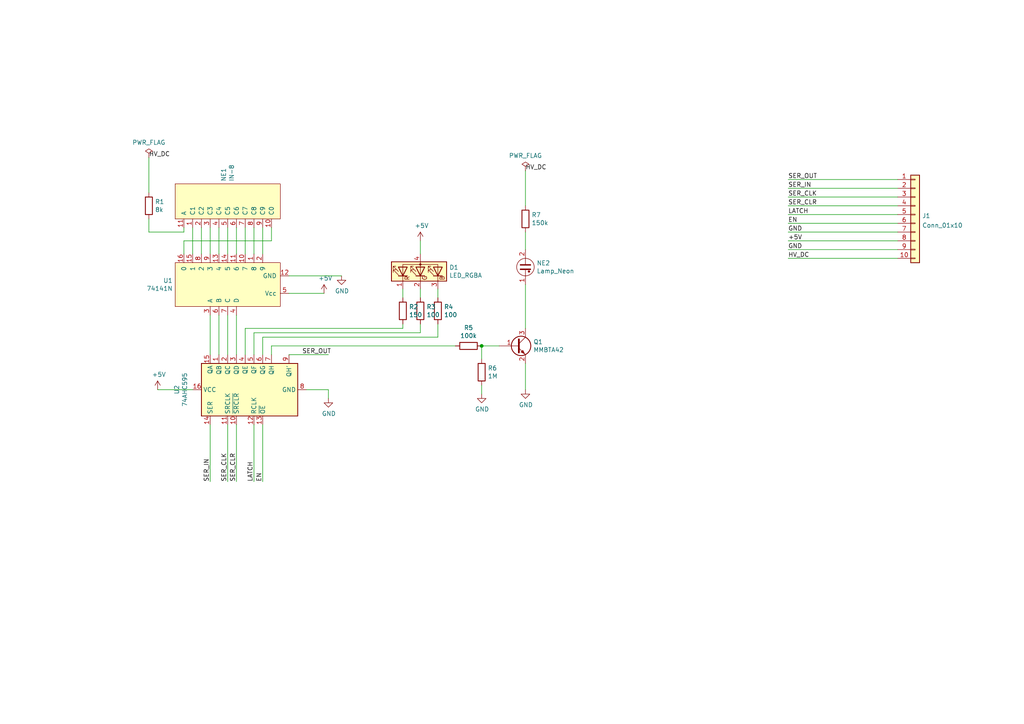
<source format=kicad_sch>
(kicad_sch (version 20211123) (generator eeschema)
  (paper "A4")
  (lib_symbols
    (symbol "74xx:74AHC595"
      (property "Reference" "U" (at -7.62 13.97 0))
      (property "Value" "74AHC595" (at -7.62 -16.51 0))
      (symbol "74AHC595_1_0"
        (pin tri_state line (at 10.16 7.62 180) (length 2.54) (name "QB") (number "1"))
        (pin input line (at -10.16 2.54 0) (length 2.54) (name "~{SRCLR}") (number "10"))
        (pin input line (at -10.16 5.08 0) (length 2.54) (name "SRCLK") (number "11"))
        (pin input line (at -10.16 -2.54 0) (length 2.54) (name "RCLK") (number "12"))
        (pin input line (at -10.16 -5.08 0) (length 2.54) (name "~{OE}") (number "13"))
        (pin input line (at -10.16 10.16 0) (length 2.54) (name "SER") (number "14"))
        (pin tri_state line (at 10.16 10.16 180) (length 2.54) (name "QA") (number "15"))
        (pin power_in line (at 0 15.24 270) (length 2.54) (name "VCC") (number "16"))
        (pin tri_state line (at 10.16 5.08 180) (length 2.54) (name "QC") (number "2"))
        (pin tri_state line (at 10.16 2.54 180) (length 2.54) (name "QD") (number "3"))
        (pin tri_state line (at 10.16 0 180) (length 2.54) (name "QE") (number "4"))
        (pin tri_state line (at 10.16 -2.54 180) (length 2.54) (name "QF") (number "5"))
        (pin tri_state line (at 10.16 -5.08 180) (length 2.54) (name "QG") (number "6"))
        (pin tri_state line (at 10.16 -7.62 180) (length 2.54) (name "QH") (number "7"))
        (pin power_in line (at 0 -17.78 90) (length 2.54) (name "GND") (number "8"))
        (pin output line (at 10.16 -12.7 180) (length 2.54) (name "QH'") (number "9"))
      )
      (symbol "74AHC595_1_1"
        (rectangle (start -7.62 12.7) (end 7.62 -15.24) (stroke (width 0.254)) (fill (type background)))
      )
    )
    (symbol "Connector_Generic:Conn_01x10" (pin_names (offset 1.016) hide)
      (property "Reference" "J" (at 0 12.7 0))
      (property "Value" "Conn_01x10" (at 0 -15.24 0))
      (symbol "Conn_01x10_1_1"
        (rectangle (start -1.27 -12.573) (end 0 -12.827) (stroke (width 0.1524)))
        (rectangle (start -1.27 -10.033) (end 0 -10.287) (stroke (width 0.1524)))
        (rectangle (start -1.27 -7.493) (end 0 -7.747) (stroke (width 0.1524)))
        (rectangle (start -1.27 -4.953) (end 0 -5.207) (stroke (width 0.1524)))
        (rectangle (start -1.27 -2.413) (end 0 -2.667) (stroke (width 0.1524)))
        (rectangle (start -1.27 0.127) (end 0 -0.127) (stroke (width 0.1524)))
        (rectangle (start -1.27 2.667) (end 0 2.413) (stroke (width 0.1524)))
        (rectangle (start -1.27 5.207) (end 0 4.953) (stroke (width 0.1524)))
        (rectangle (start -1.27 7.747) (end 0 7.493) (stroke (width 0.1524)))
        (rectangle (start -1.27 10.287) (end 0 10.033) (stroke (width 0.1524)))
        (rectangle (start -1.27 11.43) (end 1.27 -13.97) (stroke (width 0.254)) (fill (type background)))
        (pin passive line (at -5.08 10.16 0) (length 3.81) (name "Pin_1") (number "1"))
        (pin passive line (at -5.08 -12.7 0) (length 3.81) (name "Pin_10") (number "10"))
        (pin passive line (at -5.08 7.62 0) (length 3.81) (name "Pin_2") (number "2"))
        (pin passive line (at -5.08 5.08 0) (length 3.81) (name "Pin_3") (number "3"))
        (pin passive line (at -5.08 2.54 0) (length 3.81) (name "Pin_4") (number "4"))
        (pin passive line (at -5.08 0 0) (length 3.81) (name "Pin_5") (number "5"))
        (pin passive line (at -5.08 -2.54 0) (length 3.81) (name "Pin_6") (number "6"))
        (pin passive line (at -5.08 -5.08 0) (length 3.81) (name "Pin_7") (number "7"))
        (pin passive line (at -5.08 -7.62 0) (length 3.81) (name "Pin_8") (number "8"))
        (pin passive line (at -5.08 -10.16 0) (length 3.81) (name "Pin_9") (number "9"))
      )
    )
    (symbol "Device:LED_RGBA" (pin_names (offset 0) hide)
      (property "Reference" "D" (at 0 9.398 0))
      (property "Value" "LED_RGBA" (at 0 -8.89 0))
      (symbol "LED_RGBA_0_0"
        (text "B" (at -1.905 -6.35 0) (effects (font (size 1.27 1.27))))
        (text "G" (at -1.905 -1.27 0) (effects (font (size 1.27 1.27))))
        (text "R" (at -1.905 3.81 0) (effects (font (size 1.27 1.27))))
      )
      (symbol "LED_RGBA_0_1"
        (polyline (pts (xy -1.27 -5.08) (xy -2.54 -5.08)))
        (polyline (pts (xy -1.27 -5.08) (xy 1.27 -5.08)))
        (polyline (pts (xy -1.27 -3.81) (xy -1.27 -6.35)) (stroke (width 0.254)))
        (polyline (pts (xy -1.27 0) (xy -2.54 0)))
        (polyline (pts (xy -1.27 1.27) (xy -1.27 -1.27)) (stroke (width 0.254)))
        (polyline (pts (xy -1.27 5.08) (xy -2.54 5.08)))
        (polyline (pts (xy -1.27 5.08) (xy 1.27 5.08)))
        (polyline (pts (xy -1.27 6.35) (xy -1.27 3.81)) (stroke (width 0.254)))
        (polyline (pts (xy 1.27 0) (xy -1.27 0)))
        (polyline (pts (xy 1.27 0) (xy 2.54 0)))
        (polyline (pts (xy -1.27 1.27) (xy -1.27 -1.27) (xy -1.27 -1.27)))
        (polyline (pts (xy -1.27 6.35) (xy -1.27 3.81) (xy -1.27 3.81)))
        (polyline (pts (xy 1.27 -5.08) (xy 2.032 -5.08) (xy 2.032 5.08) (xy 1.27 5.08)))
        (polyline (pts (xy 1.27 -3.81) (xy 1.27 -6.35) (xy -1.27 -5.08) (xy 1.27 -3.81)) (stroke (width 0.254)))
        (polyline (pts (xy 1.27 1.27) (xy 1.27 -1.27) (xy -1.27 0) (xy 1.27 1.27)) (stroke (width 0.254)))
        (polyline (pts (xy 1.27 6.35) (xy 1.27 3.81) (xy -1.27 5.08) (xy 1.27 6.35)) (stroke (width 0.254)))
        (polyline (pts (xy -1.016 -3.81) (xy 0.508 -2.286) (xy -0.254 -2.286) (xy 0.508 -2.286) (xy 0.508 -3.048)))
        (polyline (pts (xy -1.016 1.27) (xy 0.508 2.794) (xy -0.254 2.794) (xy 0.508 2.794) (xy 0.508 2.032)))
        (polyline (pts (xy -1.016 6.35) (xy 0.508 7.874) (xy -0.254 7.874) (xy 0.508 7.874) (xy 0.508 7.112)))
        (polyline (pts (xy 0 -3.81) (xy 1.524 -2.286) (xy 0.762 -2.286) (xy 1.524 -2.286) (xy 1.524 -3.048)))
        (polyline (pts (xy 0 1.27) (xy 1.524 2.794) (xy 0.762 2.794) (xy 1.524 2.794) (xy 1.524 2.032)))
        (polyline (pts (xy 0 6.35) (xy 1.524 7.874) (xy 0.762 7.874) (xy 1.524 7.874) (xy 1.524 7.112)))
        (rectangle (start 1.27 -1.27) (end 1.27 1.27))
        (rectangle (start 1.27 1.27) (end 1.27 1.27))
        (rectangle (start 1.27 3.81) (end 1.27 6.35))
        (rectangle (start 1.27 6.35) (end 1.27 6.35))
        (circle (center 2.032 0) (radius 0.254) (fill (type outline)))
        (rectangle (start 2.794 8.382) (end -2.794 -7.62) (stroke (width 0.254)) (fill (type background)))
      )
      (symbol "LED_RGBA_1_1"
        (pin passive line (at -5.08 5.08 0) (length 2.54) (name "RK") (number "1"))
        (pin passive line (at -5.08 0 0) (length 2.54) (name "GK") (number "2"))
        (pin passive line (at -5.08 -5.08 0) (length 2.54) (name "BK") (number "3"))
        (pin passive line (at 5.08 0 180) (length 2.54) (name "A") (number "4"))
      )
    )
    (symbol "Device:Lamp_Neon" (pin_names (offset 0.0254) hide)
      (property "Reference" "NE" (at 0.635 3.81 0))
      (property "Value" "Lamp_Neon" (at 0.635 -3.81 0))
      (symbol "Lamp_Neon_0_1"
        (rectangle (start -1.524 -0.508) (end 1.524 -0.762) (fill (type outline)))
        (rectangle (start -1.524 0.762) (end 1.524 0.508) (fill (type outline)))
        (polyline (pts (xy 0 -2.54) (xy 0 -0.762)))
        (polyline (pts (xy 0 0.762) (xy 0 2.54)))
        (circle (center 0 0) (radius 2.54))
        (circle (center 1.016 -1.27) (radius 0.254) (fill (type outline)))
      )
      (symbol "Lamp_Neon_1_1"
        (pin passive line (at 0 -5.08 90) (length 2.54) (name "~") (number "1"))
        (pin passive line (at 0 5.08 270) (length 2.54) (name "~") (number "2"))
      )
    )
    (symbol "Device:Q_NPN_BEC" (pin_names (offset 0) hide)
      (property "Reference" "Q" (at 5.08 1.27 0))
      (property "Value" "Q_NPN_BEC" (at 5.08 -1.27 0))
      (symbol "Q_NPN_BEC_0_1"
        (polyline (pts (xy 0.635 0.635) (xy 2.54 2.54)))
        (polyline (pts (xy 0.635 -0.635) (xy 2.54 -2.54) (xy 2.54 -2.54)))
        (polyline (pts (xy 0.635 1.905) (xy 0.635 -1.905) (xy 0.635 -1.905)) (stroke (width 0.508)))
        (polyline (pts (xy 1.27 -1.778) (xy 1.778 -1.27) (xy 2.286 -2.286) (xy 1.27 -1.778) (xy 1.27 -1.778)) (fill (type outline)))
        (circle (center 1.27 0) (radius 2.8194) (stroke (width 0.254)))
      )
      (symbol "Q_NPN_BEC_1_1"
        (pin input line (at -5.08 0 0) (length 5.715) (name "B") (number "1"))
        (pin passive line (at 2.54 -5.08 90) (length 2.54) (name "E") (number "2"))
        (pin passive line (at 2.54 5.08 270) (length 2.54) (name "C") (number "3"))
      )
    )
    (symbol "Device:R" (pin_numbers hide) (pin_names (offset 0))
      (property "Reference" "R" (at 2.032 0 90))
      (property "Value" "R" (at 0 0 90))
      (symbol "R_0_1"
        (rectangle (start -1.016 -2.54) (end 1.016 2.54) (stroke (width 0.254)))
      )
      (symbol "R_1_1"
        (pin passive line (at 0 3.81 270) (length 1.27) (name "~") (number "1"))
        (pin passive line (at 0 -3.81 90) (length 1.27) (name "~") (number "2"))
      )
    )
    (symbol "NixieClock:74141N" (pin_names (offset 1.016))
      (property "Reference" "U" (at -6.35 15.24 0))
      (property "Value" "74141N" (at 3.81 15.24 0))
      (symbol "74141N_0_1"
        (rectangle (start -6.35 13.97) (end 6.35 -16.51) (fill (type background)))
      )
      (symbol "74141N_1_1"
        (pin output line (at 8.89 -8.89 180) (length 2.54) (name "8") (number "1"))
        (pin output line (at 8.89 -6.35 180) (length 2.54) (name "7") (number "10"))
        (pin output line (at 8.89 -3.81 180) (length 2.54) (name "6") (number "11"))
        (pin power_out line (at 2.54 -19.05 90) (length 2.54) (name "GND") (number "12"))
        (pin output line (at 8.89 1.27 180) (length 2.54) (name "4") (number "13"))
        (pin output line (at 8.89 -1.27 180) (length 2.54) (name "5") (number "14"))
        (pin output line (at 8.89 8.89 180) (length 2.54) (name "1") (number "15"))
        (pin output line (at 8.89 11.43 180) (length 2.54) (name "0") (number "16"))
        (pin output line (at 8.89 -11.43 180) (length 2.54) (name "9") (number "2"))
        (pin input line (at -8.89 3.81 0) (length 2.54) (name "A") (number "3"))
        (pin input line (at -8.89 -3.81 0) (length 2.54) (name "D") (number "4"))
        (pin power_in line (at -2.54 -19.05 90) (length 2.54) (name "Vcc") (number "5"))
        (pin input line (at -8.89 1.27 0) (length 2.54) (name "B") (number "6"))
        (pin input line (at -8.89 -1.27 0) (length 2.54) (name "C") (number "7"))
        (pin output line (at 8.89 6.35 180) (length 2.54) (name "2") (number "8"))
        (pin output line (at 8.89 3.81 180) (length 2.54) (name "3") (number "9"))
      )
    )
    (symbol "NixieClock:IN-8" (pin_names (offset 1.016))
      (property "Reference" "NE" (at -3.81 16.51 0))
      (property "Value" "IN-8" (at 2.54 -16.51 0))
      (symbol "IN-8_0_1"
        (rectangle (start -5.08 15.24) (end 5.08 -15.24) (fill (type background)))
      )
      (symbol "IN-8_1_1"
        (pin power_out line (at -7.62 10.16 0) (length 2.54) (name "C1") (number "1"))
        (pin power_out line (at -7.62 -12.7 0) (length 2.54) (name "C0") (number "10"))
        (pin power_in line (at -7.62 12.7 0) (length 2.54) (name "A") (number "11"))
        (pin power_out line (at -7.62 7.62 0) (length 2.54) (name "C2") (number "2"))
        (pin power_out line (at -7.62 5.08 0) (length 2.54) (name "C3") (number "3"))
        (pin power_out line (at -7.62 2.54 0) (length 2.54) (name "C4") (number "4"))
        (pin power_out line (at -7.62 0 0) (length 2.54) (name "C5") (number "5"))
        (pin power_out line (at -7.62 -2.54 0) (length 2.54) (name "C6") (number "6"))
        (pin power_out line (at -7.62 -5.08 0) (length 2.54) (name "C7") (number "7"))
        (pin power_out line (at -7.62 -7.62 0) (length 2.54) (name "C8") (number "8"))
        (pin power_out line (at -7.62 -10.16 0) (length 2.54) (name "C9") (number "9"))
      )
    )
    (symbol "power:+5V" (power) (pin_names (offset 0))
      (property "Value" "+5V" (at 0 3.556 0))
      (symbol "+5V_0_1"
        (polyline (pts (xy -0.762 1.27) (xy 0 2.54)))
        (polyline (pts (xy 0 0) (xy 0 2.54)))
        (polyline (pts (xy 0 2.54) (xy 0.762 1.27)))
      )
      (symbol "+5V_1_1"
        (pin power_in line (at 0 0 90) (length 0) hide (name "+5V") (number "1"))
      )
    )
    (symbol "power:GND" (power) (pin_names (offset 0))
      (property "Value" "GND" (at 0 -3.81 0))
      (symbol "GND_0_1"
        (polyline (pts (xy 0 0) (xy 0 -1.27) (xy 1.27 -1.27) (xy 0 -2.54) (xy -1.27 -1.27) (xy 0 -1.27)))
      )
      (symbol "GND_1_1"
        (pin power_in line (at 0 0 270) (length 0) hide (name "GND") (number "1"))
      )
    )
    (symbol "power:PWR_FLAG" (power) (pin_numbers hide) (pin_names (offset 0) hide)
      (property "Value" "PWR_FLAG" (at 0 3.81 0))
      (symbol "PWR_FLAG_0_0"
        (pin power_out line (at 0 0 90) (length 0) (name "pwr") (number "1"))
      )
      (symbol "PWR_FLAG_0_1"
        (polyline (pts (xy 0 0) (xy 0 1.27) (xy -1.016 1.905) (xy 0 2.54) (xy 1.016 1.905) (xy 0 1.27)))
      )
    )
  )
  (junction (at 139.7 100.33))
  (wire (pts (xy 228.6 62.23) (xy 260.35 62.23)))
  (wire (pts (xy 228.6 59.69) (xy 260.35 59.69)))
  (wire (pts (xy 139.7 100.33) (xy 144.78 100.33)))
  (wire (pts (xy 228.6 74.93) (xy 260.35 74.93)))
  (wire (pts (xy 83.82 102.87) (xy 95.25 102.87)))
  (wire (pts (xy 228.6 57.15) (xy 260.35 57.15)))
  (wire (pts (xy 139.7 111.76) (xy 139.7 114.3)))
  (wire (pts (xy 121.92 86.36) (xy 121.92 83.82)))
  (wire (pts (xy 73.66 96.52) (xy 121.92 96.52)))
  (wire (pts (xy 66.04 73.66) (xy 66.04 66.04)))
  (wire (pts (xy 76.2 97.79) (xy 127 97.79)))
  (wire (pts (xy 66.04 123.19) (xy 66.04 139.7)))
  (wire (pts (xy 43.18 67.31) (xy 43.18 63.5)))
  (wire (pts (xy 83.82 85.09) (xy 93.98 85.09)))
  (wire (pts (xy 76.2 73.66) (xy 76.2 66.04)))
  (wire (pts (xy 68.58 123.19) (xy 68.58 139.7)))
  (wire (pts (xy 71.12 73.66) (xy 71.12 66.04)))
  (wire (pts (xy 121.92 96.52) (xy 121.92 93.98)))
  (wire (pts (xy 60.96 73.66) (xy 60.96 66.04)))
  (wire (pts (xy 43.18 55.88) (xy 43.18 45.72)))
  (wire (pts (xy 127 97.79) (xy 127 93.98)))
  (wire (pts (xy 228.6 52.07) (xy 260.35 52.07)))
  (wire (pts (xy 76.2 97.79) (xy 76.2 102.87)))
  (wire (pts (xy 60.96 91.44) (xy 60.96 102.87)))
  (wire (pts (xy 228.6 64.77) (xy 260.35 64.77)))
  (wire (pts (xy 53.34 73.66) (xy 53.34 69.85)))
  (wire (pts (xy 78.74 69.85) (xy 78.74 66.04)))
  (wire (pts (xy 60.96 123.19) (xy 60.96 139.7)))
  (wire (pts (xy 78.74 100.33) (xy 132.08 100.33)))
  (wire (pts (xy 71.12 95.25) (xy 71.12 102.87)))
  (wire (pts (xy 83.82 80.01) (xy 99.06 80.01)))
  (wire (pts (xy 55.88 73.66) (xy 55.88 66.04)))
  (wire (pts (xy 116.84 95.25) (xy 116.84 93.98)))
  (wire (pts (xy 73.66 123.19) (xy 73.66 139.7)))
  (wire (pts (xy 58.42 73.66) (xy 58.42 66.04)))
  (wire (pts (xy 71.12 95.25) (xy 116.84 95.25)))
  (wire (pts (xy 95.25 113.03) (xy 95.25 115.57)))
  (wire (pts (xy 127 86.36) (xy 127 83.82)))
  (wire (pts (xy 68.58 91.44) (xy 68.58 102.87)))
  (wire (pts (xy 152.4 95.25) (xy 152.4 82.55)))
  (wire (pts (xy 88.9 113.03) (xy 95.25 113.03)))
  (wire (pts (xy 73.66 73.66) (xy 73.66 66.04)))
  (wire (pts (xy 76.2 123.19) (xy 76.2 139.7)))
  (wire (pts (xy 73.66 96.52) (xy 73.66 102.87)))
  (wire (pts (xy 139.7 104.14) (xy 139.7 100.33)))
  (wire (pts (xy 53.34 67.31) (xy 43.18 67.31)))
  (wire (pts (xy 228.6 69.85) (xy 260.35 69.85)))
  (wire (pts (xy 116.84 86.36) (xy 116.84 83.82)))
  (wire (pts (xy 152.4 105.41) (xy 152.4 113.03)))
  (wire (pts (xy 53.34 66.04) (xy 53.34 67.31)))
  (wire (pts (xy 53.34 69.85) (xy 78.74 69.85)))
  (wire (pts (xy 45.72 113.03) (xy 55.88 113.03)))
  (wire (pts (xy 152.4 59.69) (xy 152.4 49.53)))
  (wire (pts (xy 63.5 73.66) (xy 63.5 66.04)))
  (wire (pts (xy 228.6 67.31) (xy 260.35 67.31)))
  (wire (pts (xy 78.74 102.87) (xy 78.74 100.33)))
  (wire (pts (xy 68.58 73.66) (xy 68.58 66.04)))
  (wire (pts (xy 228.6 54.61) (xy 260.35 54.61)))
  (wire (pts (xy 152.4 72.39) (xy 152.4 67.31)))
  (wire (pts (xy 121.92 73.66) (xy 121.92 69.85)))
  (wire (pts (xy 63.5 91.44) (xy 63.5 102.87)))
  (wire (pts (xy 228.6 72.39) (xy 260.35 72.39)))
  (wire (pts (xy 66.04 91.44) (xy 66.04 102.87)))
  (label "SER_CLR" (at 228.6 59.69 0))
  (label "SER_IN" (at 228.6 54.61 0))
  (label "EN" (at 228.6 64.77 0))
  (label "GND" (at 228.6 72.39 0))
  (label "GND" (at 228.6 67.31 0))
  (label "LATCH" (at 73.66 139.7 90))
  (label "HV_DC" (at 152.4 49.53 0))
  (label "SER_IN" (at 60.96 139.7 90))
  (label "SER_CLK" (at 66.04 139.7 90))
  (label "HV_DC" (at 228.6 74.93 0))
  (label "LATCH" (at 228.6 62.23 0))
  (label "EN" (at 76.2 139.7 90))
  (label "+5V" (at 228.6 69.85 0))
  (label "HV_DC" (at 43.18 45.72 0))
  (label "SER_CLK" (at 228.6 57.15 0))
  (label "SER_OUT" (at 87.63 102.87 0))
  (label "SER_OUT" (at 228.6 52.07 0))
  (label "SER_CLR" (at 68.58 139.7 90))
  (symbol (lib_id "NixieClock:IN-8") (at 66.04 58.42 90) (unit 1)
    (property "Reference" "NE1" (at 64.8716 52.6288 0) (effects (justify left)))
    (property "Value" "IN-8" (at 67.183 52.6288 0) (effects (justify left)))
    (property "Footprint" "NixieClock:IN-8" (effects hide))
  )
  (symbol (lib_id "NixieClock:74141N") (at 64.77 82.55 90) (unit 1)
    (property "Reference" "U1" (at 50.0888 81.3816 90) (effects (justify left)))
    (property "Value" "74141N" (at 50.0888 83.693 90) (effects (justify left)))
    (property "Footprint" "Package_DIP:DIP-16_W7.62mm" (effects hide))
  )
  (symbol (lib_id "74xx:74AHC595") (at 71.12 113.03 90) (unit 1)
    (property "Reference" "U2" (at 51.2826 113.03 0))
    (property "Value" "74AHC595" (at 53.594 113.03 0))
    (property "Footprint" "Package_SO:SOIC-16_3.9x9.9mm_P1.27mm" (effects hide))
    (property "Datasheet" "https://assets.nexperia.com/documents/data-sheet/74AHC_AHCT595.pdf" (effects hide))
  )
  (symbol (lib_id "Device:R") (at 152.4 63.5 0) (unit 1)
    (property "Reference" "R7" (at 154.178 62.3316 0) (effects (justify left)))
    (property "Value" "150k" (at 154.178 64.643 0) (effects (justify left)))
    (property "Footprint" "Resistor_SMD:R_1206_3216Metric_Pad1.30x1.75mm_HandSolder" (effects hide))
  )
  (symbol (lib_id "Device:R") (at 43.18 59.69 0) (unit 1)
    (property "Reference" "R1" (at 44.958 58.5216 0) (effects (justify left)))
    (property "Value" "8k" (at 44.958 60.833 0) (effects (justify left)))
    (property "Footprint" "Resistor_SMD:R_1206_3216Metric_Pad1.30x1.75mm_HandSolder" (effects hide))
  )
  (symbol (lib_id "power:PWR_FLAG") (at 43.18 45.72 0) (unit 1)
    (property "Reference" "#FLG01" (effects hide))
    (property "Value" "PWR_FLAG" (at 43.18 41.3258 0))
  )
  (symbol (lib_id "power:+5V") (at 93.98 85.09 0) (unit 1)
    (property "Reference" "#PWR02" (effects hide))
    (property "Value" "+5V" (at 94.361 80.6958 0))
  )
  (symbol (lib_id "power:+5V") (at 45.72 113.03 0) (unit 1)
    (property "Reference" "#PWR01" (effects hide))
    (property "Value" "+5V" (at 46.101 108.6358 0))
  )
  (symbol (lib_id "power:GND") (at 99.06 80.01 0) (unit 1)
    (property "Reference" "#PWR04" (effects hide))
    (property "Value" "GND" (at 99.187 84.4042 0))
  )
  (symbol (lib_id "power:GND") (at 95.25 115.57 0) (unit 1)
    (property "Reference" "#PWR03" (effects hide))
    (property "Value" "GND" (at 95.377 119.9642 0))
  )
  (symbol (lib_id "Device:Lamp_Neon") (at 152.4 77.47 0) (unit 1)
    (property "Reference" "NE2" (at 155.6512 76.3016 0) (effects (justify left)))
    (property "Value" "Lamp_Neon" (at 155.6512 78.613 0) (effects (justify left)))
    (property "Footprint" "Resistor_THT:R_Axial_DIN0204_L3.6mm_D1.6mm_P7.62mm_Horizontal" (effects hide))
  )
  (symbol (lib_id "Device:LED_RGBA") (at 121.92 78.74 90) (unit 1)
    (property "Reference" "D1" (at 130.302 77.5716 90) (effects (justify right)))
    (property "Value" "LED_RGBA" (at 130.302 79.883 90) (effects (justify right)))
    (property "Footprint" "LED_SMD:LED_SK6805_PLCC4_2.4x2.7mm_P1.3mm" (effects hide))
  )
  (symbol (lib_id "Device:R") (at 116.84 90.17 0) (unit 1)
    (property "Reference" "R2" (at 118.618 89.0016 0) (effects (justify left)))
    (property "Value" "150" (at 118.618 91.313 0) (effects (justify left)))
    (property "Footprint" "Resistor_SMD:R_0603_1608Metric_Pad0.98x0.95mm_HandSolder" (effects hide))
  )
  (symbol (lib_id "Device:R") (at 121.92 90.17 0) (unit 1)
    (property "Reference" "R3" (at 123.698 89.0016 0) (effects (justify left)))
    (property "Value" "100" (at 123.698 91.313 0) (effects (justify left)))
    (property "Footprint" "Resistor_SMD:R_0603_1608Metric_Pad0.98x0.95mm_HandSolder" (effects hide))
  )
  (symbol (lib_id "Device:R") (at 127 90.17 0) (unit 1)
    (property "Reference" "R4" (at 128.778 89.0016 0) (effects (justify left)))
    (property "Value" "100" (at 128.778 91.313 0) (effects (justify left)))
    (property "Footprint" "Resistor_SMD:R_0603_1608Metric_Pad0.98x0.95mm_HandSolder" (effects hide))
  )
  (symbol (lib_id "power:+5V") (at 121.92 69.85 0) (unit 1)
    (property "Reference" "#PWR05" (effects hide))
    (property "Value" "+5V" (at 122.301 65.4558 0))
  )
  (symbol (lib_id "Device:Q_NPN_BEC") (at 149.86 100.33 0) (unit 1)
    (property "Reference" "Q1" (at 154.686 99.1616 0) (effects (justify left)))
    (property "Value" "MMBTA42" (at 154.686 101.473 0) (effects (justify left)))
    (property "Footprint" "Package_TO_SOT_SMD:SOT-23" (effects hide))
  )
  (symbol (lib_id "Device:R") (at 135.89 100.33 90) (unit 1)
    (property "Reference" "R5" (at 135.89 95.0722 90))
    (property "Value" "100k" (at 135.89 97.3836 90))
    (property "Footprint" "Resistor_SMD:R_0805_2012Metric_Pad1.20x1.40mm_HandSolder" (effects hide))
  )
  (symbol (lib_id "Device:R") (at 139.7 107.95 180) (unit 1)
    (property "Reference" "R6" (at 141.478 106.7816 0) (effects (justify right)))
    (property "Value" "1M" (at 141.478 109.093 0) (effects (justify right)))
    (property "Footprint" "Resistor_SMD:R_0805_2012Metric_Pad1.20x1.40mm_HandSolder" (effects hide))
  )
  (symbol (lib_id "power:PWR_FLAG") (at 152.4 49.53 0) (unit 1)
    (property "Reference" "#FLG02" (effects hide))
    (property "Value" "PWR_FLAG" (at 152.4 45.1358 0))
  )
  (symbol (lib_id "power:GND") (at 139.7 114.3 0) (unit 1)
    (property "Reference" "#PWR06" (effects hide))
    (property "Value" "GND" (at 139.827 118.6942 0))
  )
  (symbol (lib_id "power:GND") (at 152.4 113.03 0) (unit 1)
    (property "Reference" "#PWR07" (effects hide))
    (property "Value" "GND" (at 152.527 117.4242 0))
  )
  (symbol (lib_id "Connector_Generic:Conn_01x10") (at 265.43 62.23 0) (unit 1)
    (property "Reference" "J1" (at 267.462 62.5915 0) (effects (justify left)))
    (property "Value" "Conn_01x10" (at 267.462 65.3666 0) (effects (justify left)))
    (property "Footprint" "Connector_JST:JST_PH_B10B-PH-SM4-TB_1x10-1MP_P2.00mm_Vertical" (effects hide))
  )
)
</source>
